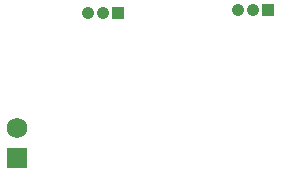
<source format=gbs>
G04*
G04 #@! TF.GenerationSoftware,Altium Limited,Altium Designer,19.0.14 (431)*
G04*
G04 Layer_Color=16711935*
%FSLAX43Y43*%
%MOMM*%
G71*
G01*
G75*
%ADD19C,1.753*%
%ADD20R,1.753X1.753*%
%ADD21R,1.050X1.050*%
%ADD22C,1.050*%
D19*
X2500Y15540D02*
D03*
D20*
Y13000D02*
D03*
D21*
X23770Y25500D02*
D03*
X11040Y25250D02*
D03*
D22*
X22500Y25500D02*
D03*
X21230D02*
D03*
X9770Y25250D02*
D03*
X8500D02*
D03*
M02*

</source>
